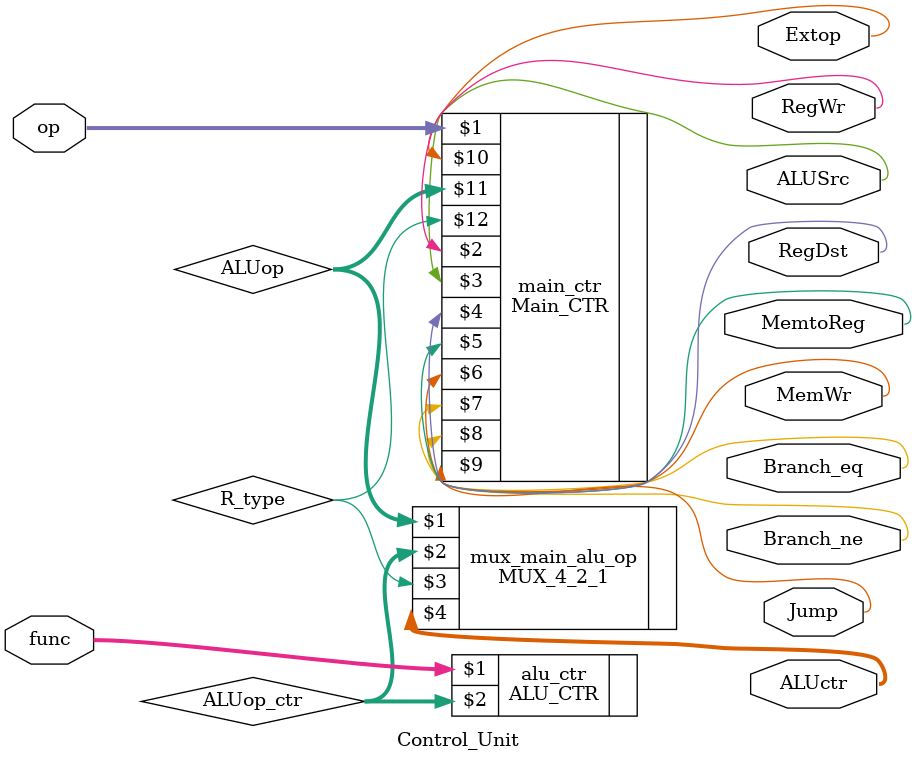
<source format=v>
`timescale 1ns / 1ps
module Control_Unit(op, func, ALUctr, RegWr, ALUSrc, RegDst, MemtoReg, MemWr, Branch_eq, Branch_ne, Jump, Extop);
	input [5:0] op;
	input [5:0] func;
	output [3:0] ALUctr;
	output RegWr, ALUSrc, RegDst, MemtoReg, MemWr, Branch_eq, Branch_ne, Jump, Extop;
	
	wire RegWr, ALUSrc, RegDst, MemtoReg, MemWr, Branch_eq, Branch_ne, Jump, Extop, R_type;
	wire [3:0] ALUop, ALUop_ctr;
	
	Main_CTR main_ctr(op, RegWr, ALUSrc, RegDst, MemtoReg, MemWr, Branch_eq, Branch_ne, Jump, Extop, ALUop, R_type);
	
	ALU_CTR alu_ctr(func, ALUop_ctr);
	
	MUX_4_2_1 mux_main_alu_op(ALUop, ALUop_ctr, R_type, ALUctr);


endmodule

</source>
